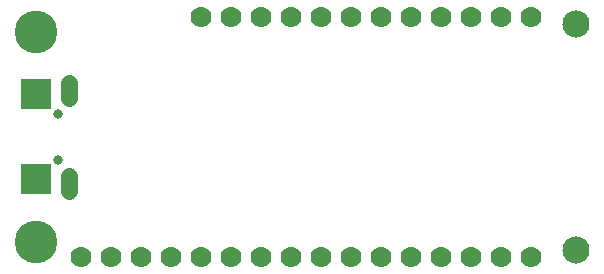
<source format=gbr>
G04 EAGLE Gerber RS-274X export*
G75*
%MOMM*%
%FSLAX34Y34*%
%LPD*%
%INSoldermask Bottom*%
%IPPOS*%
%AMOC8*
5,1,8,0,0,1.08239X$1,22.5*%
G01*
%ADD10C,2.301600*%
%ADD11C,3.617600*%
%ADD12C,1.778000*%
%ADD13C,0.801600*%
%ADD14R,2.601600X2.601600*%
%ADD15C,1.409600*%


D10*
X482600Y18415D03*
X482600Y209550D03*
D11*
X25400Y203200D03*
X25400Y25400D03*
D12*
X444500Y12700D03*
X419100Y12700D03*
X393700Y12700D03*
X368300Y12700D03*
X342900Y12700D03*
X317500Y12700D03*
X292100Y12700D03*
X266700Y12700D03*
X241300Y12700D03*
X215900Y12700D03*
X190500Y12700D03*
X165100Y12700D03*
X139700Y12700D03*
X114300Y12700D03*
X88900Y12700D03*
X63500Y12700D03*
X165100Y215900D03*
X190500Y215900D03*
X215900Y215900D03*
X241300Y215900D03*
X266700Y215900D03*
X292100Y215900D03*
X317500Y215900D03*
X342900Y215900D03*
X368300Y215900D03*
X393700Y215900D03*
X419100Y215900D03*
X444500Y215900D03*
D13*
X44450Y133800D03*
X44450Y94800D03*
D14*
X25450Y78300D03*
X25450Y150300D03*
D15*
X53450Y147300D02*
X53450Y160380D01*
X53450Y81300D02*
X53450Y68220D01*
M02*

</source>
